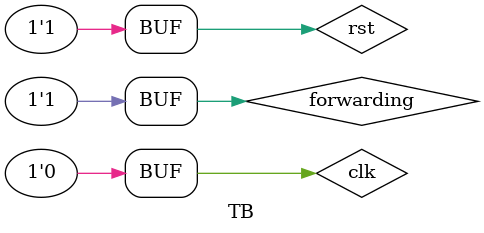
<source format=v>
`timescale 1ns/1ns
module TB();
  reg clk = 1'b0, rst = 1'b1, forwarding = 1'b1;
  ARM processor(clk, rst, forwarding);
  initial begin
    #10 rst = ~rst;
  end 
  initial repeat(700)begin
    #20 clk = ~clk;
  end
endmodule

</source>
